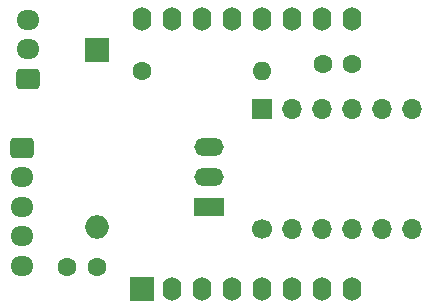
<source format=gbs>
%TF.GenerationSoftware,KiCad,Pcbnew,(6.0.8)*%
%TF.CreationDate,2022-10-25T11:24:58+02:00*%
%TF.ProjectId,MHI-AC-CTRL,4d48492d-4143-42d4-9354-524c2e6b6963,v2.3*%
%TF.SameCoordinates,Original*%
%TF.FileFunction,Soldermask,Bot*%
%TF.FilePolarity,Negative*%
%FSLAX46Y46*%
G04 Gerber Fmt 4.6, Leading zero omitted, Abs format (unit mm)*
G04 Created by KiCad (PCBNEW (6.0.8)) date 2022-10-25 11:24:58*
%MOMM*%
%LPD*%
G01*
G04 APERTURE LIST*
G04 Aperture macros list*
%AMRoundRect*
0 Rectangle with rounded corners*
0 $1 Rounding radius*
0 $2 $3 $4 $5 $6 $7 $8 $9 X,Y pos of 4 corners*
0 Add a 4 corners polygon primitive as box body*
4,1,4,$2,$3,$4,$5,$6,$7,$8,$9,$2,$3,0*
0 Add four circle primitives for the rounded corners*
1,1,$1+$1,$2,$3*
1,1,$1+$1,$4,$5*
1,1,$1+$1,$6,$7*
1,1,$1+$1,$8,$9*
0 Add four rect primitives between the rounded corners*
20,1,$1+$1,$2,$3,$4,$5,0*
20,1,$1+$1,$4,$5,$6,$7,0*
20,1,$1+$1,$6,$7,$8,$9,0*
20,1,$1+$1,$8,$9,$2,$3,0*%
G04 Aperture macros list end*
%ADD10R,2.500000X1.500000*%
%ADD11O,2.500000X1.500000*%
%ADD12RoundRect,0.250000X-0.725000X0.600000X-0.725000X-0.600000X0.725000X-0.600000X0.725000X0.600000X0*%
%ADD13O,1.950000X1.700000*%
%ADD14R,1.700000X1.700000*%
%ADD15O,1.700000X1.700000*%
%ADD16C,1.700000*%
%ADD17RoundRect,0.250000X0.725000X-0.600000X0.725000X0.600000X-0.725000X0.600000X-0.725000X-0.600000X0*%
%ADD18R,2.000000X2.000000*%
%ADD19O,1.600000X2.000000*%
%ADD20C,1.600000*%
%ADD21O,1.600000X1.600000*%
%ADD22O,2.000000X2.000000*%
G04 APERTURE END LIST*
D10*
%TO.C,U1*%
X99669600Y-55270400D03*
D11*
X99669600Y-52730400D03*
X99669600Y-50190400D03*
%TD*%
D12*
%TO.C,J1*%
X83786200Y-50270400D03*
D13*
X83786200Y-52770400D03*
X83786200Y-55270400D03*
X83786200Y-57770400D03*
X83786200Y-60270400D03*
%TD*%
D14*
%TO.C,U3*%
X104140000Y-46990000D03*
D15*
X106680000Y-46990000D03*
X109220000Y-46990000D03*
X111760000Y-46990000D03*
X114300000Y-46990000D03*
X116840000Y-46990000D03*
D16*
X104140000Y-57150000D03*
D15*
X106680000Y-57150000D03*
X109220000Y-57150000D03*
X111760000Y-57150000D03*
X114300000Y-57150000D03*
X116840000Y-57150000D03*
%TD*%
D17*
%TO.C,J3*%
X84323600Y-44450000D03*
D13*
X84323600Y-41950000D03*
X84323600Y-39450000D03*
%TD*%
D18*
%TO.C,U2*%
X93980000Y-62230000D03*
D19*
X96520000Y-62230000D03*
X99060000Y-62230000D03*
X101600000Y-62230000D03*
X104140000Y-62230000D03*
X106680000Y-62230000D03*
X109220000Y-62230000D03*
X111760000Y-62230000D03*
X111760000Y-39370000D03*
X109220000Y-39370000D03*
X106680000Y-39370000D03*
X104140000Y-39370000D03*
X101600000Y-39370000D03*
X99060000Y-39370000D03*
X96520000Y-39370000D03*
X93980000Y-39370000D03*
%TD*%
D20*
%TO.C,C3*%
X111760000Y-43180000D03*
X109260000Y-43180000D03*
%TD*%
%TO.C,R1*%
X93980000Y-43815000D03*
D21*
X104140000Y-43815000D03*
%TD*%
D18*
%TO.C,C1*%
X90119200Y-41979200D03*
D22*
X90119200Y-56979200D03*
%TD*%
D20*
%TO.C,C2*%
X87630000Y-60401200D03*
X90130000Y-60401200D03*
%TD*%
M02*

</source>
